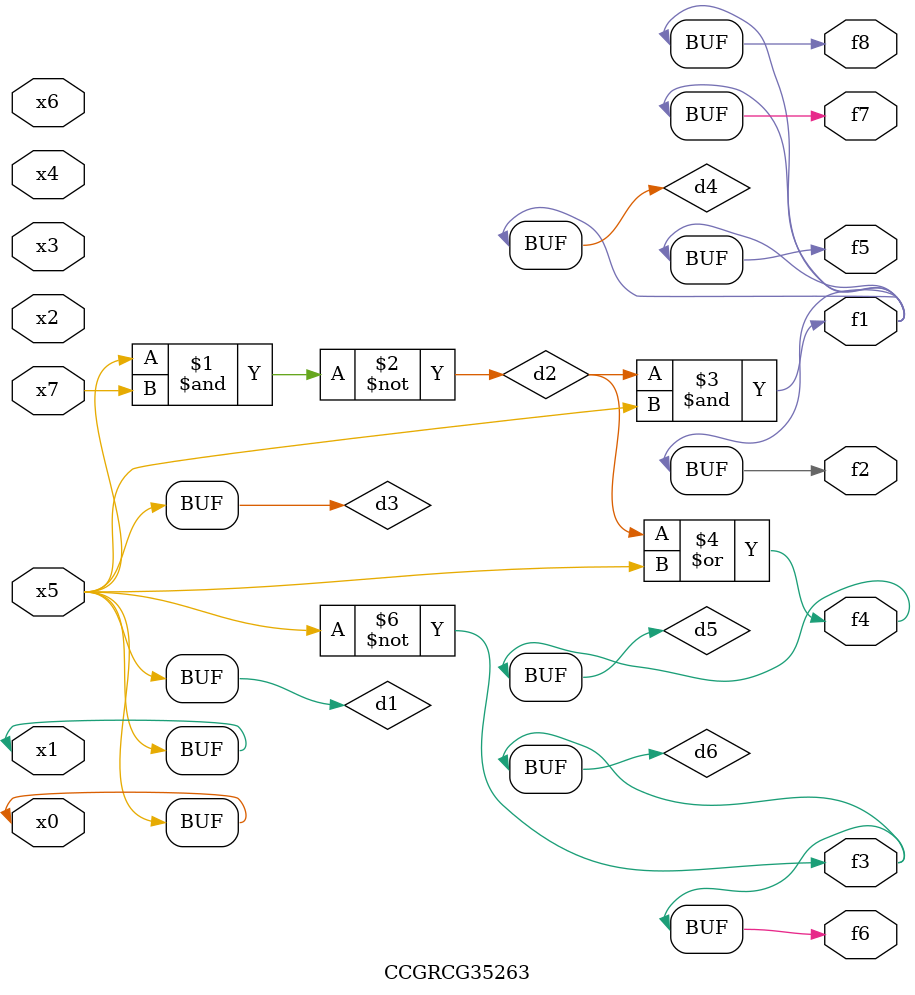
<source format=v>
module CCGRCG35263(
	input x0, x1, x2, x3, x4, x5, x6, x7,
	output f1, f2, f3, f4, f5, f6, f7, f8
);

	wire d1, d2, d3, d4, d5, d6;

	buf (d1, x0, x5);
	nand (d2, x5, x7);
	buf (d3, x0, x1);
	and (d4, d2, d3);
	or (d5, d2, d3);
	nor (d6, d1, d3);
	assign f1 = d4;
	assign f2 = d4;
	assign f3 = d6;
	assign f4 = d5;
	assign f5 = d4;
	assign f6 = d6;
	assign f7 = d4;
	assign f8 = d4;
endmodule

</source>
